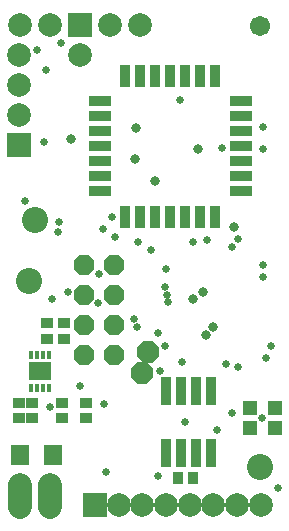
<source format=gbr>
G04 EAGLE Gerber RS-274X export*
G75*
%MOMM*%
%FSLAX34Y34*%
%LPD*%
%INSoldermask Bottom*%
%IPPOS*%
%AMOC8*
5,1,8,0,0,1.08239X$1,22.5*%
G01*
%ADD10C,2.203200*%
%ADD11C,1.703200*%
%ADD12R,1.603200X1.803200*%
%ADD13C,2.003200*%
%ADD14R,0.903200X1.103200*%
%ADD15R,1.203200X1.303200*%
%ADD16R,1.981200X0.965200*%
%ADD17R,0.965200X1.981200*%
%ADD18R,2.003200X2.003200*%
%ADD19C,2.003200*%
%ADD20R,0.812800X2.413000*%
%ADD21P,1.951982X8X22.500000*%
%ADD22R,0.300000X0.800000*%
%ADD23R,1.880000X1.530000*%
%ADD24R,1.103200X0.903200*%
%ADD25P,1.869504X8X292.500000*%
%ADD26C,0.657200*%
%ADD27C,0.807200*%


D10*
X22860Y204470D03*
X218440Y46990D03*
D11*
X218440Y420370D03*
D10*
X27940Y256540D03*
D12*
X43210Y57150D03*
X15210Y57150D03*
D13*
X40640Y31860D02*
X40640Y13860D01*
X15240Y13860D02*
X15240Y31860D01*
D14*
X161440Y38100D03*
X148440Y38100D03*
D15*
X209550Y97400D03*
X209550Y80400D03*
X231140Y97400D03*
X231140Y80400D03*
D16*
X82550Y318770D03*
X82550Y331470D03*
X82550Y344170D03*
X82550Y356870D03*
D17*
X104140Y378460D03*
X116840Y378460D03*
X129540Y378460D03*
X142240Y378460D03*
X154940Y378460D03*
X167640Y378460D03*
X180340Y378460D03*
D16*
X201930Y356870D03*
X201930Y344170D03*
X201930Y331470D03*
X201930Y318770D03*
X201930Y306070D03*
X201930Y293370D03*
X201930Y280670D03*
D17*
X180340Y259080D03*
X167640Y259080D03*
X154940Y259080D03*
X142240Y259080D03*
X129540Y259080D03*
X116840Y259080D03*
X104140Y259080D03*
D16*
X82550Y280670D03*
X82550Y293370D03*
X82550Y306070D03*
D18*
X78740Y15240D03*
D19*
X98740Y15240D03*
X118740Y15240D03*
X138740Y15240D03*
X158740Y15240D03*
X178740Y15240D03*
X198740Y15240D03*
X218740Y15240D03*
D18*
X66040Y421900D03*
D19*
X66040Y396500D03*
X15240Y421900D03*
X40640Y421900D03*
X116840Y421900D03*
X91440Y421900D03*
D20*
X138430Y111252D03*
X151130Y111252D03*
X163830Y111252D03*
X176530Y111252D03*
X176530Y58928D03*
X163830Y58928D03*
X151130Y58928D03*
X138430Y58928D03*
D21*
X123444Y144780D03*
X118618Y126746D03*
D22*
X39250Y114270D03*
X39250Y114270D03*
X29250Y114270D03*
X34250Y114270D03*
X24250Y114270D03*
X39250Y142270D03*
X34250Y142270D03*
X29250Y142270D03*
X24250Y142270D03*
D23*
X31750Y128270D03*
D24*
X71120Y88750D03*
X71120Y101750D03*
X50800Y88750D03*
X50800Y101750D03*
X25400Y101750D03*
X25400Y88750D03*
X13970Y88750D03*
X13970Y101750D03*
X38100Y156060D03*
X38100Y169060D03*
X52070Y156060D03*
X52070Y169060D03*
D18*
X13970Y320040D03*
D19*
X13970Y345440D03*
X13970Y370840D03*
X13970Y396240D03*
D25*
X69254Y218309D03*
X94654Y218309D03*
X69254Y192909D03*
X94654Y192909D03*
X69254Y167509D03*
X94654Y167509D03*
X69254Y142109D03*
X94654Y142109D03*
D26*
X47890Y254668D03*
X223520Y139700D03*
X220980Y218440D03*
X152400Y135890D03*
X150876Y357632D03*
X41910Y189230D03*
X87630Y43180D03*
X154940Y85090D03*
X181610Y78740D03*
X86360Y100330D03*
X92710Y259080D03*
X36830Y383540D03*
X185674Y316992D03*
X233198Y29865D03*
X81738Y210362D03*
X81428Y186025D03*
X55376Y195481D03*
X40640Y97790D03*
D27*
X113538Y334518D03*
X112268Y307848D03*
X195834Y250444D03*
X57912Y325120D03*
D26*
X137668Y149860D03*
X132080Y161036D03*
X139954Y186944D03*
X19050Y272542D03*
X161544Y237744D03*
X29718Y400050D03*
X125984Y230886D03*
X220218Y88900D03*
X137809Y199681D03*
X220980Y208280D03*
X227330Y149860D03*
X139700Y193040D03*
X133350Y128270D03*
X132080Y39370D03*
X47383Y246255D03*
X189081Y134397D03*
X194190Y92624D03*
X95829Y242108D03*
X113859Y165541D03*
X49530Y406400D03*
X114700Y237583D03*
X111760Y172720D03*
X199390Y132080D03*
X66040Y115570D03*
X173627Y239513D03*
X199390Y240030D03*
X194310Y233680D03*
X138633Y214656D03*
X85396Y248965D03*
D27*
X161544Y189964D03*
X165354Y316484D03*
D26*
X35560Y322580D03*
X220980Y316230D03*
X220980Y335280D03*
D27*
X169672Y195834D03*
X129540Y289560D03*
X178562Y165608D03*
X172212Y159258D03*
M02*

</source>
